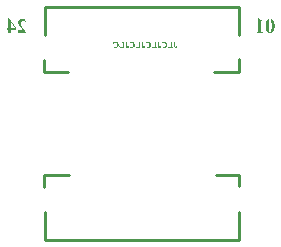
<source format=gbo>
G04*
G04 #@! TF.GenerationSoftware,Altium Limited,Altium Designer,19.1.7 (138)*
G04*
G04 Layer_Color=32896*
%FSLAX25Y25*%
%MOIN*%
G70*
G01*
G75*
%ADD10C,0.01000*%
G36*
X56705Y65894D02*
X56798Y65879D01*
X56883Y65856D01*
X56923Y65845D01*
X56958Y65833D01*
X56993Y65821D01*
X57022Y65810D01*
X57049Y65798D01*
X57072Y65786D01*
X57089Y65778D01*
X57101Y65772D01*
X57110Y65769D01*
X57113Y65766D01*
X57197Y65711D01*
X57273Y65650D01*
X57337Y65588D01*
X57392Y65527D01*
X57415Y65501D01*
X57433Y65475D01*
X57450Y65452D01*
X57465Y65431D01*
X57476Y65414D01*
X57485Y65402D01*
X57488Y65394D01*
X57491Y65391D01*
X57514Y65344D01*
X57537Y65300D01*
X57572Y65210D01*
X57596Y65123D01*
X57613Y65044D01*
X57619Y65009D01*
X57622Y64980D01*
X57628Y64951D01*
Y64928D01*
X57631Y64908D01*
Y64893D01*
Y64884D01*
Y64881D01*
X57628Y64835D01*
X57625Y64788D01*
X57610Y64698D01*
X57590Y64617D01*
X57578Y64579D01*
X57566Y64544D01*
X57555Y64512D01*
X57546Y64483D01*
X57534Y64459D01*
X57526Y64439D01*
X57517Y64422D01*
X57511Y64410D01*
X57505Y64401D01*
Y64398D01*
X57453Y64320D01*
X57395Y64250D01*
X57334Y64189D01*
X57275Y64139D01*
X57226Y64101D01*
X57203Y64087D01*
X57182Y64075D01*
X57168Y64064D01*
X57153Y64058D01*
X57148Y64055D01*
X57145Y64052D01*
X57054Y64011D01*
X56964Y63982D01*
X56874Y63962D01*
X56790Y63947D01*
X56755Y63942D01*
X56720Y63938D01*
X56688Y63936D01*
X56661D01*
X56641Y63933D01*
X56612D01*
X56528Y63936D01*
X56452Y63944D01*
X56385Y63956D01*
X56327Y63971D01*
X56301Y63976D01*
X56277Y63982D01*
X56260Y63988D01*
X56243Y63994D01*
X56231Y64000D01*
X56222Y64003D01*
X56216Y64006D01*
X56213D01*
X56149Y64038D01*
X56088Y64075D01*
X56033Y64116D01*
X55984Y64154D01*
X55940Y64192D01*
X55908Y64221D01*
X55896Y64232D01*
X55888Y64241D01*
X55885Y64244D01*
X55882Y64247D01*
Y64407D01*
X55943Y64340D01*
X56001Y64285D01*
X56053Y64238D01*
X56100Y64203D01*
X56141Y64174D01*
X56170Y64154D01*
X56181Y64148D01*
X56190Y64142D01*
X56193Y64139D01*
X56196D01*
X56251Y64113D01*
X56306Y64096D01*
X56362Y64081D01*
X56411Y64072D01*
X56455Y64067D01*
X56472D01*
X56490Y64064D01*
X56519D01*
X56595Y64069D01*
X56664Y64081D01*
X56726Y64096D01*
X56775Y64116D01*
X56816Y64136D01*
X56845Y64151D01*
X56857Y64160D01*
X56865Y64163D01*
X56868Y64168D01*
X56871D01*
X56918Y64212D01*
X56958Y64265D01*
X56993Y64314D01*
X57020Y64366D01*
X57043Y64413D01*
X57049Y64430D01*
X57057Y64448D01*
X57063Y64462D01*
X57066Y64474D01*
X57069Y64480D01*
Y64483D01*
X57089Y64561D01*
X57104Y64643D01*
X57116Y64718D01*
X57121Y64791D01*
X57124Y64823D01*
X57127Y64852D01*
Y64878D01*
X57130Y64899D01*
Y64919D01*
Y64931D01*
Y64940D01*
Y64943D01*
X57127Y65036D01*
X57116Y65123D01*
X57104Y65201D01*
X57095Y65239D01*
X57086Y65271D01*
X57081Y65300D01*
X57072Y65329D01*
X57066Y65353D01*
X57057Y65370D01*
X57054Y65388D01*
X57049Y65399D01*
X57046Y65405D01*
Y65408D01*
X57016Y65466D01*
X56982Y65519D01*
X56947Y65565D01*
X56912Y65603D01*
X56880Y65635D01*
X56854Y65658D01*
X56836Y65670D01*
X56833Y65676D01*
X56830D01*
X56775Y65711D01*
X56720Y65734D01*
X56664Y65751D01*
X56615Y65766D01*
X56571Y65772D01*
X56554Y65775D01*
X56536D01*
X56525Y65778D01*
X56470D01*
X56432Y65772D01*
X56359Y65757D01*
X56298Y65734D01*
X56240Y65711D01*
X56196Y65685D01*
X56176Y65673D01*
X56161Y65661D01*
X56149Y65653D01*
X56141Y65647D01*
X56135Y65644D01*
X56132Y65641D01*
X56074Y65586D01*
X56027Y65522D01*
X55986Y65458D01*
X55957Y65394D01*
X55934Y65335D01*
X55925Y65312D01*
X55917Y65292D01*
X55911Y65271D01*
X55908Y65260D01*
X55905Y65251D01*
Y65248D01*
X55850D01*
Y65900D01*
X55905D01*
X55911Y65874D01*
X55917Y65853D01*
X55922Y65836D01*
X55931Y65821D01*
X55937Y65810D01*
X55943Y65801D01*
X55946Y65798D01*
X55949Y65795D01*
X55960Y65784D01*
X55975Y65778D01*
X55998Y65766D01*
X56015Y65763D01*
X56024D01*
X56042Y65766D01*
X56065Y65772D01*
X56091Y65778D01*
X56117Y65789D01*
X56144Y65798D01*
X56167Y65804D01*
X56181Y65810D01*
X56184Y65813D01*
X56187D01*
X56269Y65842D01*
X56347Y65862D01*
X56417Y65879D01*
X56478Y65888D01*
X56507Y65894D01*
X56531D01*
X56554Y65897D01*
X56571Y65900D01*
X56656D01*
X56705Y65894D01*
D02*
G37*
G36*
X51345D02*
X51438Y65879D01*
X51522Y65856D01*
X51563Y65845D01*
X51598Y65833D01*
X51633Y65821D01*
X51662Y65810D01*
X51688Y65798D01*
X51712Y65786D01*
X51729Y65778D01*
X51741Y65772D01*
X51749Y65769D01*
X51752Y65766D01*
X51837Y65711D01*
X51912Y65650D01*
X51976Y65588D01*
X52032Y65527D01*
X52055Y65501D01*
X52073Y65475D01*
X52090Y65452D01*
X52105Y65431D01*
X52116Y65414D01*
X52125Y65402D01*
X52128Y65394D01*
X52131Y65391D01*
X52154Y65344D01*
X52177Y65300D01*
X52212Y65210D01*
X52235Y65123D01*
X52253Y65044D01*
X52259Y65009D01*
X52262Y64980D01*
X52267Y64951D01*
Y64928D01*
X52270Y64908D01*
Y64893D01*
Y64884D01*
Y64881D01*
X52267Y64835D01*
X52264Y64788D01*
X52250Y64698D01*
X52230Y64617D01*
X52218Y64579D01*
X52206Y64544D01*
X52195Y64512D01*
X52186Y64483D01*
X52174Y64459D01*
X52166Y64439D01*
X52157Y64422D01*
X52151Y64410D01*
X52145Y64401D01*
Y64398D01*
X52093Y64320D01*
X52035Y64250D01*
X51973Y64189D01*
X51915Y64139D01*
X51866Y64101D01*
X51843Y64087D01*
X51822Y64075D01*
X51808Y64064D01*
X51793Y64058D01*
X51787Y64055D01*
X51784Y64052D01*
X51694Y64011D01*
X51604Y63982D01*
X51514Y63962D01*
X51429Y63947D01*
X51394Y63942D01*
X51359Y63938D01*
X51328Y63936D01*
X51301D01*
X51281Y63933D01*
X51252D01*
X51168Y63936D01*
X51092Y63944D01*
X51025Y63956D01*
X50967Y63971D01*
X50941Y63976D01*
X50917Y63982D01*
X50900Y63988D01*
X50882Y63994D01*
X50871Y64000D01*
X50862Y64003D01*
X50856Y64006D01*
X50853D01*
X50789Y64038D01*
X50728Y64075D01*
X50673Y64116D01*
X50623Y64154D01*
X50580Y64192D01*
X50548Y64221D01*
X50536Y64232D01*
X50527Y64241D01*
X50524Y64244D01*
X50521Y64247D01*
Y64407D01*
X50582Y64340D01*
X50641Y64285D01*
X50693Y64238D01*
X50740Y64203D01*
X50780Y64174D01*
X50810Y64154D01*
X50821Y64148D01*
X50830Y64142D01*
X50833Y64139D01*
X50836D01*
X50891Y64113D01*
X50946Y64096D01*
X51002Y64081D01*
X51051Y64072D01*
X51095Y64067D01*
X51112D01*
X51130Y64064D01*
X51159D01*
X51234Y64069D01*
X51304Y64081D01*
X51365Y64096D01*
X51415Y64116D01*
X51455Y64136D01*
X51485Y64151D01*
X51496Y64160D01*
X51505Y64163D01*
X51508Y64168D01*
X51511D01*
X51557Y64212D01*
X51598Y64265D01*
X51633Y64314D01*
X51659Y64366D01*
X51683Y64413D01*
X51688Y64430D01*
X51697Y64448D01*
X51703Y64462D01*
X51706Y64474D01*
X51709Y64480D01*
Y64483D01*
X51729Y64561D01*
X51744Y64643D01*
X51755Y64718D01*
X51761Y64791D01*
X51764Y64823D01*
X51767Y64852D01*
Y64878D01*
X51770Y64899D01*
Y64919D01*
Y64931D01*
Y64940D01*
Y64943D01*
X51767Y65036D01*
X51755Y65123D01*
X51744Y65201D01*
X51735Y65239D01*
X51726Y65271D01*
X51720Y65300D01*
X51712Y65329D01*
X51706Y65353D01*
X51697Y65370D01*
X51694Y65388D01*
X51688Y65399D01*
X51685Y65405D01*
Y65408D01*
X51656Y65466D01*
X51621Y65519D01*
X51587Y65565D01*
X51552Y65603D01*
X51520Y65635D01*
X51493Y65658D01*
X51476Y65670D01*
X51473Y65676D01*
X51470D01*
X51415Y65711D01*
X51359Y65734D01*
X51304Y65751D01*
X51255Y65766D01*
X51211Y65772D01*
X51194Y65775D01*
X51176D01*
X51165Y65778D01*
X51109D01*
X51071Y65772D01*
X50999Y65757D01*
X50938Y65734D01*
X50879Y65711D01*
X50836Y65685D01*
X50815Y65673D01*
X50801Y65661D01*
X50789Y65653D01*
X50780Y65647D01*
X50775Y65644D01*
X50772Y65641D01*
X50713Y65586D01*
X50667Y65522D01*
X50626Y65458D01*
X50597Y65394D01*
X50574Y65335D01*
X50565Y65312D01*
X50556Y65292D01*
X50551Y65271D01*
X50548Y65260D01*
X50545Y65251D01*
Y65248D01*
X50489D01*
Y65900D01*
X50545D01*
X50551Y65874D01*
X50556Y65853D01*
X50562Y65836D01*
X50571Y65821D01*
X50577Y65810D01*
X50582Y65801D01*
X50585Y65798D01*
X50588Y65795D01*
X50600Y65784D01*
X50615Y65778D01*
X50638Y65766D01*
X50655Y65763D01*
X50664D01*
X50682Y65766D01*
X50705Y65772D01*
X50731Y65778D01*
X50757Y65789D01*
X50783Y65798D01*
X50807Y65804D01*
X50821Y65810D01*
X50824Y65813D01*
X50827D01*
X50908Y65842D01*
X50987Y65862D01*
X51057Y65879D01*
X51118Y65888D01*
X51147Y65894D01*
X51170D01*
X51194Y65897D01*
X51211Y65900D01*
X51296D01*
X51345Y65894D01*
D02*
G37*
G36*
X45985D02*
X46078Y65879D01*
X46162Y65856D01*
X46203Y65845D01*
X46238Y65833D01*
X46273Y65821D01*
X46302Y65810D01*
X46328Y65798D01*
X46351Y65786D01*
X46369Y65778D01*
X46380Y65772D01*
X46389Y65769D01*
X46392Y65766D01*
X46477Y65711D01*
X46552Y65650D01*
X46616Y65588D01*
X46672Y65527D01*
X46695Y65501D01*
X46712Y65475D01*
X46730Y65452D01*
X46744Y65431D01*
X46756Y65414D01*
X46765Y65402D01*
X46768Y65394D01*
X46770Y65391D01*
X46794Y65344D01*
X46817Y65300D01*
X46852Y65210D01*
X46875Y65123D01*
X46893Y65044D01*
X46898Y65009D01*
X46901Y64980D01*
X46907Y64951D01*
Y64928D01*
X46910Y64908D01*
Y64893D01*
Y64884D01*
Y64881D01*
X46907Y64835D01*
X46904Y64788D01*
X46890Y64698D01*
X46869Y64617D01*
X46858Y64579D01*
X46846Y64544D01*
X46834Y64512D01*
X46826Y64483D01*
X46814Y64459D01*
X46805Y64439D01*
X46797Y64422D01*
X46791Y64410D01*
X46785Y64401D01*
Y64398D01*
X46733Y64320D01*
X46674Y64250D01*
X46613Y64189D01*
X46555Y64139D01*
X46506Y64101D01*
X46482Y64087D01*
X46462Y64075D01*
X46447Y64064D01*
X46433Y64058D01*
X46427Y64055D01*
X46424Y64052D01*
X46334Y64011D01*
X46244Y63982D01*
X46154Y63962D01*
X46069Y63947D01*
X46034Y63942D01*
X45999Y63938D01*
X45967Y63936D01*
X45941D01*
X45921Y63933D01*
X45892D01*
X45807Y63936D01*
X45732Y63944D01*
X45665Y63956D01*
X45606Y63971D01*
X45580Y63976D01*
X45557Y63982D01*
X45540Y63988D01*
X45522Y63994D01*
X45510Y64000D01*
X45502Y64003D01*
X45496Y64006D01*
X45493D01*
X45429Y64038D01*
X45368Y64075D01*
X45312Y64116D01*
X45263Y64154D01*
X45219Y64192D01*
X45187Y64221D01*
X45176Y64232D01*
X45167Y64241D01*
X45164Y64244D01*
X45161Y64247D01*
Y64407D01*
X45222Y64340D01*
X45281Y64285D01*
X45333Y64238D01*
X45379Y64203D01*
X45420Y64174D01*
X45449Y64154D01*
X45461Y64148D01*
X45470Y64142D01*
X45473Y64139D01*
X45476D01*
X45531Y64113D01*
X45586Y64096D01*
X45641Y64081D01*
X45691Y64072D01*
X45735Y64067D01*
X45752D01*
X45769Y64064D01*
X45799D01*
X45874Y64069D01*
X45944Y64081D01*
X46005Y64096D01*
X46055Y64116D01*
X46095Y64136D01*
X46124Y64151D01*
X46136Y64160D01*
X46145Y64163D01*
X46148Y64168D01*
X46151D01*
X46197Y64212D01*
X46238Y64265D01*
X46273Y64314D01*
X46299Y64366D01*
X46322Y64413D01*
X46328Y64430D01*
X46337Y64448D01*
X46343Y64462D01*
X46346Y64474D01*
X46349Y64480D01*
Y64483D01*
X46369Y64561D01*
X46383Y64643D01*
X46395Y64718D01*
X46401Y64791D01*
X46404Y64823D01*
X46407Y64852D01*
Y64878D01*
X46410Y64899D01*
Y64919D01*
Y64931D01*
Y64940D01*
Y64943D01*
X46407Y65036D01*
X46395Y65123D01*
X46383Y65201D01*
X46375Y65239D01*
X46366Y65271D01*
X46360Y65300D01*
X46351Y65329D01*
X46346Y65353D01*
X46337Y65370D01*
X46334Y65388D01*
X46328Y65399D01*
X46325Y65405D01*
Y65408D01*
X46296Y65466D01*
X46261Y65519D01*
X46226Y65565D01*
X46191Y65603D01*
X46159Y65635D01*
X46133Y65658D01*
X46116Y65670D01*
X46113Y65676D01*
X46110D01*
X46055Y65711D01*
X45999Y65734D01*
X45944Y65751D01*
X45895Y65766D01*
X45851Y65772D01*
X45833Y65775D01*
X45816D01*
X45804Y65778D01*
X45749D01*
X45711Y65772D01*
X45638Y65757D01*
X45577Y65734D01*
X45519Y65711D01*
X45476Y65685D01*
X45455Y65673D01*
X45441Y65661D01*
X45429Y65653D01*
X45420Y65647D01*
X45414Y65644D01*
X45412Y65641D01*
X45353Y65586D01*
X45307Y65522D01*
X45266Y65458D01*
X45237Y65394D01*
X45214Y65335D01*
X45205Y65312D01*
X45196Y65292D01*
X45190Y65271D01*
X45187Y65260D01*
X45184Y65251D01*
Y65248D01*
X45129D01*
Y65900D01*
X45184D01*
X45190Y65874D01*
X45196Y65853D01*
X45202Y65836D01*
X45211Y65821D01*
X45217Y65810D01*
X45222Y65801D01*
X45225Y65798D01*
X45228Y65795D01*
X45240Y65784D01*
X45254Y65778D01*
X45278Y65766D01*
X45295Y65763D01*
X45304D01*
X45321Y65766D01*
X45344Y65772D01*
X45371Y65778D01*
X45397Y65789D01*
X45423Y65798D01*
X45446Y65804D01*
X45461Y65810D01*
X45464Y65813D01*
X45467D01*
X45548Y65842D01*
X45627Y65862D01*
X45697Y65879D01*
X45758Y65888D01*
X45787Y65894D01*
X45810D01*
X45833Y65897D01*
X45851Y65900D01*
X45935D01*
X45985Y65894D01*
D02*
G37*
G36*
X40624D02*
X40718Y65879D01*
X40802Y65856D01*
X40843Y65845D01*
X40878Y65833D01*
X40913Y65821D01*
X40942Y65810D01*
X40968Y65798D01*
X40991Y65786D01*
X41009Y65778D01*
X41020Y65772D01*
X41029Y65769D01*
X41032Y65766D01*
X41116Y65711D01*
X41192Y65650D01*
X41256Y65588D01*
X41311Y65527D01*
X41335Y65501D01*
X41352Y65475D01*
X41370Y65452D01*
X41384Y65431D01*
X41396Y65414D01*
X41404Y65402D01*
X41407Y65394D01*
X41410Y65391D01*
X41434Y65344D01*
X41457Y65300D01*
X41492Y65210D01*
X41515Y65123D01*
X41532Y65044D01*
X41538Y65009D01*
X41541Y64980D01*
X41547Y64951D01*
Y64928D01*
X41550Y64908D01*
Y64893D01*
Y64884D01*
Y64881D01*
X41547Y64835D01*
X41544Y64788D01*
X41530Y64698D01*
X41509Y64617D01*
X41497Y64579D01*
X41486Y64544D01*
X41474Y64512D01*
X41465Y64483D01*
X41454Y64459D01*
X41445Y64439D01*
X41436Y64422D01*
X41431Y64410D01*
X41425Y64401D01*
Y64398D01*
X41372Y64320D01*
X41314Y64250D01*
X41253Y64189D01*
X41195Y64139D01*
X41145Y64101D01*
X41122Y64087D01*
X41102Y64075D01*
X41087Y64064D01*
X41073Y64058D01*
X41067Y64055D01*
X41064Y64052D01*
X40974Y64011D01*
X40883Y63982D01*
X40793Y63962D01*
X40709Y63947D01*
X40674Y63942D01*
X40639Y63938D01*
X40607Y63936D01*
X40581D01*
X40560Y63933D01*
X40531D01*
X40447Y63936D01*
X40371Y63944D01*
X40304Y63956D01*
X40246Y63971D01*
X40220Y63976D01*
X40197Y63982D01*
X40179Y63988D01*
X40162Y63994D01*
X40150Y64000D01*
X40141Y64003D01*
X40136Y64006D01*
X40133D01*
X40069Y64038D01*
X40008Y64075D01*
X39952Y64116D01*
X39903Y64154D01*
X39859Y64192D01*
X39827Y64221D01*
X39816Y64232D01*
X39807Y64241D01*
X39804Y64244D01*
X39801Y64247D01*
Y64407D01*
X39862Y64340D01*
X39920Y64285D01*
X39973Y64238D01*
X40019Y64203D01*
X40060Y64174D01*
X40089Y64154D01*
X40101Y64148D01*
X40109Y64142D01*
X40112Y64139D01*
X40115D01*
X40171Y64113D01*
X40226Y64096D01*
X40281Y64081D01*
X40331Y64072D01*
X40374Y64067D01*
X40392D01*
X40409Y64064D01*
X40438D01*
X40514Y64069D01*
X40584Y64081D01*
X40645Y64096D01*
X40694Y64116D01*
X40735Y64136D01*
X40764Y64151D01*
X40776Y64160D01*
X40785Y64163D01*
X40788Y64168D01*
X40790D01*
X40837Y64212D01*
X40878Y64265D01*
X40913Y64314D01*
X40939Y64366D01*
X40962Y64413D01*
X40968Y64430D01*
X40977Y64448D01*
X40982Y64462D01*
X40985Y64474D01*
X40988Y64480D01*
Y64483D01*
X41009Y64561D01*
X41023Y64643D01*
X41035Y64718D01*
X41041Y64791D01*
X41044Y64823D01*
X41047Y64852D01*
Y64878D01*
X41049Y64899D01*
Y64919D01*
Y64931D01*
Y64940D01*
Y64943D01*
X41047Y65036D01*
X41035Y65123D01*
X41023Y65201D01*
X41015Y65239D01*
X41006Y65271D01*
X41000Y65300D01*
X40991Y65329D01*
X40985Y65353D01*
X40977Y65370D01*
X40974Y65388D01*
X40968Y65399D01*
X40965Y65405D01*
Y65408D01*
X40936Y65466D01*
X40901Y65519D01*
X40866Y65565D01*
X40831Y65603D01*
X40799Y65635D01*
X40773Y65658D01*
X40756Y65670D01*
X40753Y65676D01*
X40750D01*
X40694Y65711D01*
X40639Y65734D01*
X40584Y65751D01*
X40534Y65766D01*
X40491Y65772D01*
X40473Y65775D01*
X40456D01*
X40444Y65778D01*
X40389D01*
X40351Y65772D01*
X40278Y65757D01*
X40217Y65734D01*
X40159Y65711D01*
X40115Y65685D01*
X40095Y65673D01*
X40080Y65661D01*
X40069Y65653D01*
X40060Y65647D01*
X40054Y65644D01*
X40051Y65641D01*
X39993Y65586D01*
X39946Y65522D01*
X39906Y65458D01*
X39877Y65394D01*
X39853Y65335D01*
X39845Y65312D01*
X39836Y65292D01*
X39830Y65271D01*
X39827Y65260D01*
X39824Y65251D01*
Y65248D01*
X39769D01*
Y65900D01*
X39824D01*
X39830Y65874D01*
X39836Y65853D01*
X39842Y65836D01*
X39851Y65821D01*
X39856Y65810D01*
X39862Y65801D01*
X39865Y65798D01*
X39868Y65795D01*
X39880Y65784D01*
X39894Y65778D01*
X39917Y65766D01*
X39935Y65763D01*
X39944D01*
X39961Y65766D01*
X39984Y65772D01*
X40010Y65778D01*
X40037Y65789D01*
X40063Y65798D01*
X40086Y65804D01*
X40101Y65810D01*
X40104Y65813D01*
X40106D01*
X40188Y65842D01*
X40267Y65862D01*
X40336Y65879D01*
X40398Y65888D01*
X40427Y65894D01*
X40450D01*
X40473Y65897D01*
X40491Y65900D01*
X40575D01*
X40624Y65894D01*
D02*
G37*
G36*
X59580Y65807D02*
X59490D01*
X59467Y65801D01*
X59443Y65798D01*
X59426Y65792D01*
X59412Y65786D01*
X59403Y65784D01*
X59397Y65778D01*
X59394D01*
X59377Y65769D01*
X59365Y65757D01*
X59345Y65737D01*
X59336Y65719D01*
X59333Y65717D01*
Y65714D01*
X59327Y65696D01*
X59321Y65670D01*
X59318Y65641D01*
Y65612D01*
X59315Y65583D01*
Y65559D01*
Y65542D01*
Y65539D01*
Y65536D01*
Y64297D01*
Y64247D01*
X59318Y64209D01*
X59321Y64177D01*
X59324Y64154D01*
X59327Y64136D01*
X59330Y64128D01*
X59333Y64122D01*
Y64119D01*
X59347Y64090D01*
X59368Y64069D01*
X59382Y64058D01*
X59385Y64055D01*
X59388D01*
X59409Y64046D01*
X59429Y64038D01*
X59473Y64029D01*
X59490D01*
X59505Y64026D01*
X59580D01*
Y63976D01*
X57913D01*
X57843Y64634D01*
X57901D01*
X57927Y64556D01*
X57951Y64489D01*
X57974Y64430D01*
X57997Y64384D01*
X58015Y64346D01*
X58029Y64320D01*
X58038Y64305D01*
X58041Y64299D01*
X58070Y64259D01*
X58099Y64227D01*
X58128Y64197D01*
X58154Y64174D01*
X58178Y64157D01*
X58195Y64142D01*
X58207Y64136D01*
X58213Y64134D01*
X58250Y64116D01*
X58294Y64104D01*
X58335Y64093D01*
X58373Y64087D01*
X58407Y64084D01*
X58434Y64081D01*
X58664D01*
X58698Y64084D01*
X58728D01*
X58751Y64087D01*
X58766Y64090D01*
X58777D01*
X58780Y64093D01*
X58783D01*
X58800Y64101D01*
X58815Y64110D01*
X58835Y64128D01*
X58847Y64145D01*
X58850Y64148D01*
Y64151D01*
X58856Y64171D01*
X58859Y64197D01*
X58862Y64227D01*
Y64259D01*
X58864Y64288D01*
Y64311D01*
Y64328D01*
Y64331D01*
Y64334D01*
Y65536D01*
Y65583D01*
X58862Y65623D01*
X58859Y65653D01*
X58856Y65676D01*
Y65693D01*
X58853Y65702D01*
X58850Y65708D01*
Y65711D01*
X58832Y65740D01*
X58815Y65760D01*
X58800Y65772D01*
X58795Y65775D01*
X58774Y65786D01*
X58754Y65792D01*
X58710Y65804D01*
X58693D01*
X58678Y65807D01*
X58579D01*
Y65856D01*
X59580D01*
Y65807D01*
D02*
G37*
G36*
X54220D02*
X54130D01*
X54107Y65801D01*
X54083Y65798D01*
X54066Y65792D01*
X54051Y65786D01*
X54043Y65784D01*
X54037Y65778D01*
X54034D01*
X54016Y65769D01*
X54005Y65757D01*
X53984Y65737D01*
X53976Y65719D01*
X53973Y65717D01*
Y65714D01*
X53967Y65696D01*
X53961Y65670D01*
X53958Y65641D01*
Y65612D01*
X53955Y65583D01*
Y65559D01*
Y65542D01*
Y65539D01*
Y65536D01*
Y64297D01*
Y64247D01*
X53958Y64209D01*
X53961Y64177D01*
X53964Y64154D01*
X53967Y64136D01*
X53970Y64128D01*
X53973Y64122D01*
Y64119D01*
X53987Y64090D01*
X54008Y64069D01*
X54022Y64058D01*
X54025Y64055D01*
X54028D01*
X54048Y64046D01*
X54069Y64038D01*
X54112Y64029D01*
X54130D01*
X54144Y64026D01*
X54220D01*
Y63976D01*
X52553D01*
X52483Y64634D01*
X52541D01*
X52567Y64556D01*
X52590Y64489D01*
X52614Y64430D01*
X52637Y64384D01*
X52654Y64346D01*
X52669Y64320D01*
X52678Y64305D01*
X52681Y64299D01*
X52710Y64259D01*
X52739Y64227D01*
X52768Y64197D01*
X52794Y64174D01*
X52817Y64157D01*
X52835Y64142D01*
X52846Y64136D01*
X52852Y64134D01*
X52890Y64116D01*
X52934Y64104D01*
X52975Y64093D01*
X53012Y64087D01*
X53047Y64084D01*
X53074Y64081D01*
X53303D01*
X53338Y64084D01*
X53367D01*
X53391Y64087D01*
X53405Y64090D01*
X53417D01*
X53420Y64093D01*
X53423D01*
X53440Y64101D01*
X53455Y64110D01*
X53475Y64128D01*
X53487Y64145D01*
X53490Y64148D01*
Y64151D01*
X53496Y64171D01*
X53498Y64197D01*
X53501Y64227D01*
Y64259D01*
X53504Y64288D01*
Y64311D01*
Y64328D01*
Y64331D01*
Y64334D01*
Y65536D01*
Y65583D01*
X53501Y65623D01*
X53498Y65653D01*
X53496Y65676D01*
Y65693D01*
X53492Y65702D01*
X53490Y65708D01*
Y65711D01*
X53472Y65740D01*
X53455Y65760D01*
X53440Y65772D01*
X53434Y65775D01*
X53414Y65786D01*
X53394Y65792D01*
X53350Y65804D01*
X53333D01*
X53318Y65807D01*
X53219D01*
Y65856D01*
X54220D01*
Y65807D01*
D02*
G37*
G36*
X48860D02*
X48770D01*
X48746Y65801D01*
X48723Y65798D01*
X48706Y65792D01*
X48691Y65786D01*
X48682Y65784D01*
X48676Y65778D01*
X48674D01*
X48656Y65769D01*
X48645Y65757D01*
X48624Y65737D01*
X48615Y65719D01*
X48612Y65717D01*
Y65714D01*
X48607Y65696D01*
X48601Y65670D01*
X48598Y65641D01*
Y65612D01*
X48595Y65583D01*
Y65559D01*
Y65542D01*
Y65539D01*
Y65536D01*
Y64297D01*
Y64247D01*
X48598Y64209D01*
X48601Y64177D01*
X48604Y64154D01*
X48607Y64136D01*
X48610Y64128D01*
X48612Y64122D01*
Y64119D01*
X48627Y64090D01*
X48647Y64069D01*
X48662Y64058D01*
X48665Y64055D01*
X48668D01*
X48688Y64046D01*
X48709Y64038D01*
X48752Y64029D01*
X48770D01*
X48784Y64026D01*
X48860D01*
Y63976D01*
X47192D01*
X47123Y64634D01*
X47181D01*
X47207Y64556D01*
X47230Y64489D01*
X47254Y64430D01*
X47277Y64384D01*
X47294Y64346D01*
X47309Y64320D01*
X47317Y64305D01*
X47320Y64299D01*
X47350Y64259D01*
X47379Y64227D01*
X47408Y64197D01*
X47434Y64174D01*
X47457Y64157D01*
X47475Y64142D01*
X47486Y64136D01*
X47492Y64134D01*
X47530Y64116D01*
X47574Y64104D01*
X47614Y64093D01*
X47652Y64087D01*
X47687Y64084D01*
X47713Y64081D01*
X47943D01*
X47978Y64084D01*
X48007D01*
X48030Y64087D01*
X48045Y64090D01*
X48057D01*
X48060Y64093D01*
X48063D01*
X48080Y64101D01*
X48094Y64110D01*
X48115Y64128D01*
X48127Y64145D01*
X48129Y64148D01*
Y64151D01*
X48135Y64171D01*
X48138Y64197D01*
X48141Y64227D01*
Y64259D01*
X48144Y64288D01*
Y64311D01*
Y64328D01*
Y64331D01*
Y64334D01*
Y65536D01*
Y65583D01*
X48141Y65623D01*
X48138Y65653D01*
X48135Y65676D01*
Y65693D01*
X48132Y65702D01*
X48129Y65708D01*
Y65711D01*
X48112Y65740D01*
X48094Y65760D01*
X48080Y65772D01*
X48074Y65775D01*
X48054Y65786D01*
X48033Y65792D01*
X47990Y65804D01*
X47972D01*
X47958Y65807D01*
X47859D01*
Y65856D01*
X48860D01*
Y65807D01*
D02*
G37*
G36*
X43500D02*
X43409D01*
X43386Y65801D01*
X43363Y65798D01*
X43345Y65792D01*
X43331Y65786D01*
X43322Y65784D01*
X43316Y65778D01*
X43313D01*
X43296Y65769D01*
X43284Y65757D01*
X43264Y65737D01*
X43255Y65719D01*
X43252Y65717D01*
Y65714D01*
X43246Y65696D01*
X43241Y65670D01*
X43238Y65641D01*
Y65612D01*
X43235Y65583D01*
Y65559D01*
Y65542D01*
Y65539D01*
Y65536D01*
Y64297D01*
Y64247D01*
X43238Y64209D01*
X43241Y64177D01*
X43244Y64154D01*
X43246Y64136D01*
X43249Y64128D01*
X43252Y64122D01*
Y64119D01*
X43267Y64090D01*
X43287Y64069D01*
X43302Y64058D01*
X43305Y64055D01*
X43308D01*
X43328Y64046D01*
X43348Y64038D01*
X43392Y64029D01*
X43409D01*
X43424Y64026D01*
X43500D01*
Y63976D01*
X41832D01*
X41762Y64634D01*
X41820D01*
X41847Y64556D01*
X41870Y64489D01*
X41893Y64430D01*
X41917Y64384D01*
X41934Y64346D01*
X41949Y64320D01*
X41957Y64305D01*
X41960Y64299D01*
X41989Y64259D01*
X42018Y64227D01*
X42048Y64197D01*
X42074Y64174D01*
X42097Y64157D01*
X42114Y64142D01*
X42126Y64136D01*
X42132Y64134D01*
X42170Y64116D01*
X42213Y64104D01*
X42254Y64093D01*
X42292Y64087D01*
X42327Y64084D01*
X42353Y64081D01*
X42583D01*
X42618Y64084D01*
X42647D01*
X42670Y64087D01*
X42685Y64090D01*
X42696D01*
X42699Y64093D01*
X42702D01*
X42720Y64101D01*
X42734Y64110D01*
X42755Y64128D01*
X42766Y64145D01*
X42769Y64148D01*
Y64151D01*
X42775Y64171D01*
X42778Y64197D01*
X42781Y64227D01*
Y64259D01*
X42784Y64288D01*
Y64311D01*
Y64328D01*
Y64331D01*
Y64334D01*
Y65536D01*
Y65583D01*
X42781Y65623D01*
X42778Y65653D01*
X42775Y65676D01*
Y65693D01*
X42772Y65702D01*
X42769Y65708D01*
Y65711D01*
X42752Y65740D01*
X42734Y65760D01*
X42720Y65772D01*
X42714Y65775D01*
X42693Y65786D01*
X42673Y65792D01*
X42630Y65804D01*
X42612D01*
X42597Y65807D01*
X42499D01*
Y65856D01*
X43500D01*
Y65807D01*
D02*
G37*
G36*
X60651D02*
X60544D01*
X60520Y65801D01*
X60497Y65798D01*
X60479Y65792D01*
X60465Y65786D01*
X60456Y65784D01*
X60450Y65778D01*
X60447D01*
X60430Y65769D01*
X60418Y65757D01*
X60398Y65737D01*
X60389Y65719D01*
X60386Y65717D01*
Y65714D01*
X60381Y65696D01*
X60375Y65670D01*
X60372Y65641D01*
Y65612D01*
X60369Y65583D01*
Y65559D01*
Y65542D01*
Y65539D01*
Y65536D01*
Y64529D01*
Y64477D01*
Y64430D01*
X60372Y64387D01*
Y64349D01*
Y64317D01*
X60375Y64285D01*
Y64262D01*
X60378Y64238D01*
X60381Y64221D01*
Y64206D01*
X60383Y64192D01*
Y64183D01*
X60386Y64171D01*
Y64168D01*
X60392Y64145D01*
X60401Y64128D01*
X60410Y64110D01*
X60418Y64099D01*
X60427Y64087D01*
X60436Y64081D01*
X60439Y64078D01*
X60442Y64075D01*
X60474Y64058D01*
X60503Y64049D01*
X60517D01*
X60529Y64046D01*
X60538D01*
X60567Y64049D01*
X60596Y64052D01*
X60619Y64058D01*
X60637Y64067D01*
X60654Y64072D01*
X60666Y64078D01*
X60672Y64081D01*
X60674Y64084D01*
X60686Y64096D01*
X60695Y64104D01*
X60703Y64125D01*
X60709Y64139D01*
Y64142D01*
Y64145D01*
X60706Y64154D01*
X60703Y64168D01*
X60692Y64195D01*
X60686Y64206D01*
X60680Y64215D01*
X60674Y64221D01*
Y64224D01*
X60663Y64244D01*
X60651Y64259D01*
X60645Y64273D01*
X60640Y64282D01*
X60631Y64294D01*
Y64297D01*
X60625Y64320D01*
X60619Y64340D01*
Y64358D01*
Y64360D01*
Y64363D01*
X60622Y64393D01*
X60628Y64419D01*
X60637Y64439D01*
X60648Y64459D01*
X60660Y64477D01*
X60669Y64489D01*
X60674Y64494D01*
X60677Y64497D01*
X60701Y64515D01*
X60724Y64529D01*
X60747Y64538D01*
X60770Y64547D01*
X60791Y64550D01*
X60805Y64553D01*
X60820D01*
X60852Y64550D01*
X60878Y64544D01*
X60904Y64532D01*
X60925Y64524D01*
X60942Y64512D01*
X60954Y64500D01*
X60962Y64494D01*
X60965Y64491D01*
X60986Y64468D01*
X61000Y64442D01*
X61009Y64416D01*
X61015Y64390D01*
X61021Y64369D01*
X61024Y64352D01*
Y64337D01*
Y64334D01*
X61021Y64305D01*
X61018Y64279D01*
X61000Y64227D01*
X60977Y64177D01*
X60951Y64136D01*
X60925Y64101D01*
X60901Y64078D01*
X60884Y64061D01*
X60881Y64058D01*
X60878Y64055D01*
X60820Y64014D01*
X60756Y63985D01*
X60695Y63962D01*
X60634Y63947D01*
X60578Y63938D01*
X60555Y63936D01*
X60535D01*
X60520Y63933D01*
X60497D01*
X60427Y63936D01*
X60363Y63944D01*
X60305Y63959D01*
X60258Y63973D01*
X60218Y63988D01*
X60189Y64003D01*
X60180Y64006D01*
X60171Y64011D01*
X60168Y64014D01*
X60165D01*
X60119Y64046D01*
X60078Y64081D01*
X60043Y64113D01*
X60017Y64148D01*
X59996Y64174D01*
X59985Y64197D01*
X59976Y64212D01*
X59973Y64218D01*
X59964Y64244D01*
X59956Y64270D01*
X59941Y64331D01*
X59932Y64398D01*
X59924Y64462D01*
X59921Y64521D01*
Y64547D01*
X59918Y64570D01*
Y64587D01*
Y64602D01*
Y64611D01*
Y64614D01*
Y65536D01*
Y65583D01*
X59915Y65623D01*
X59912Y65653D01*
X59909Y65676D01*
Y65693D01*
X59906Y65702D01*
X59903Y65708D01*
Y65711D01*
X59886Y65740D01*
X59868Y65760D01*
X59854Y65772D01*
X59848Y65775D01*
X59828Y65786D01*
X59807Y65792D01*
X59764Y65804D01*
X59743D01*
X59729Y65807D01*
X59653D01*
Y65856D01*
X60651D01*
Y65807D01*
D02*
G37*
G36*
X55291D02*
X55183D01*
X55160Y65801D01*
X55137Y65798D01*
X55119Y65792D01*
X55105Y65786D01*
X55096Y65784D01*
X55090Y65778D01*
X55087D01*
X55070Y65769D01*
X55058Y65757D01*
X55038Y65737D01*
X55029Y65719D01*
X55026Y65717D01*
Y65714D01*
X55020Y65696D01*
X55014Y65670D01*
X55012Y65641D01*
Y65612D01*
X55009Y65583D01*
Y65559D01*
Y65542D01*
Y65539D01*
Y65536D01*
Y64529D01*
Y64477D01*
Y64430D01*
X55012Y64387D01*
Y64349D01*
Y64317D01*
X55014Y64285D01*
Y64262D01*
X55017Y64238D01*
X55020Y64221D01*
Y64206D01*
X55023Y64192D01*
Y64183D01*
X55026Y64171D01*
Y64168D01*
X55032Y64145D01*
X55041Y64128D01*
X55049Y64110D01*
X55058Y64099D01*
X55067Y64087D01*
X55076Y64081D01*
X55079Y64078D01*
X55081Y64075D01*
X55113Y64058D01*
X55142Y64049D01*
X55157D01*
X55169Y64046D01*
X55177D01*
X55207Y64049D01*
X55236Y64052D01*
X55259Y64058D01*
X55276Y64067D01*
X55294Y64072D01*
X55305Y64078D01*
X55311Y64081D01*
X55314Y64084D01*
X55326Y64096D01*
X55335Y64104D01*
X55343Y64125D01*
X55349Y64139D01*
Y64142D01*
Y64145D01*
X55346Y64154D01*
X55343Y64168D01*
X55332Y64195D01*
X55326Y64206D01*
X55320Y64215D01*
X55314Y64221D01*
Y64224D01*
X55303Y64244D01*
X55291Y64259D01*
X55285Y64273D01*
X55279Y64282D01*
X55271Y64294D01*
Y64297D01*
X55265Y64320D01*
X55259Y64340D01*
Y64358D01*
Y64360D01*
Y64363D01*
X55262Y64393D01*
X55268Y64419D01*
X55276Y64439D01*
X55288Y64459D01*
X55300Y64477D01*
X55308Y64489D01*
X55314Y64494D01*
X55317Y64497D01*
X55340Y64515D01*
X55364Y64529D01*
X55387Y64538D01*
X55410Y64547D01*
X55431Y64550D01*
X55445Y64553D01*
X55460D01*
X55492Y64550D01*
X55518Y64544D01*
X55544Y64532D01*
X55564Y64524D01*
X55582Y64512D01*
X55594Y64500D01*
X55602Y64494D01*
X55605Y64491D01*
X55626Y64468D01*
X55640Y64442D01*
X55649Y64416D01*
X55655Y64390D01*
X55660Y64369D01*
X55663Y64352D01*
Y64337D01*
Y64334D01*
X55660Y64305D01*
X55658Y64279D01*
X55640Y64227D01*
X55617Y64177D01*
X55591Y64136D01*
X55564Y64101D01*
X55541Y64078D01*
X55524Y64061D01*
X55521Y64058D01*
X55518Y64055D01*
X55460Y64014D01*
X55396Y63985D01*
X55335Y63962D01*
X55273Y63947D01*
X55218Y63938D01*
X55195Y63936D01*
X55174D01*
X55160Y63933D01*
X55137D01*
X55067Y63936D01*
X55003Y63944D01*
X54945Y63959D01*
X54898Y63973D01*
X54857Y63988D01*
X54828Y64003D01*
X54820Y64006D01*
X54811Y64011D01*
X54808Y64014D01*
X54805D01*
X54758Y64046D01*
X54718Y64081D01*
X54683Y64113D01*
X54656Y64148D01*
X54636Y64174D01*
X54624Y64197D01*
X54616Y64212D01*
X54613Y64218D01*
X54604Y64244D01*
X54595Y64270D01*
X54581Y64331D01*
X54572Y64398D01*
X54563Y64462D01*
X54561Y64521D01*
Y64547D01*
X54558Y64570D01*
Y64587D01*
Y64602D01*
Y64611D01*
Y64614D01*
Y65536D01*
Y65583D01*
X54555Y65623D01*
X54552Y65653D01*
X54549Y65676D01*
Y65693D01*
X54546Y65702D01*
X54543Y65708D01*
Y65711D01*
X54526Y65740D01*
X54508Y65760D01*
X54494Y65772D01*
X54488Y65775D01*
X54467Y65786D01*
X54447Y65792D01*
X54403Y65804D01*
X54383D01*
X54368Y65807D01*
X54293D01*
Y65856D01*
X55291D01*
Y65807D01*
D02*
G37*
G36*
X49931D02*
X49823D01*
X49800Y65801D01*
X49777Y65798D01*
X49759Y65792D01*
X49744Y65786D01*
X49736Y65784D01*
X49730Y65778D01*
X49727D01*
X49709Y65769D01*
X49698Y65757D01*
X49678Y65737D01*
X49669Y65719D01*
X49666Y65717D01*
Y65714D01*
X49660Y65696D01*
X49654Y65670D01*
X49651Y65641D01*
Y65612D01*
X49648Y65583D01*
Y65559D01*
Y65542D01*
Y65539D01*
Y65536D01*
Y64529D01*
Y64477D01*
Y64430D01*
X49651Y64387D01*
Y64349D01*
Y64317D01*
X49654Y64285D01*
Y64262D01*
X49657Y64238D01*
X49660Y64221D01*
Y64206D01*
X49663Y64192D01*
Y64183D01*
X49666Y64171D01*
Y64168D01*
X49672Y64145D01*
X49680Y64128D01*
X49689Y64110D01*
X49698Y64099D01*
X49707Y64087D01*
X49715Y64081D01*
X49718Y64078D01*
X49721Y64075D01*
X49753Y64058D01*
X49782Y64049D01*
X49797D01*
X49808Y64046D01*
X49817D01*
X49846Y64049D01*
X49875Y64052D01*
X49899Y64058D01*
X49916Y64067D01*
X49934Y64072D01*
X49945Y64078D01*
X49951Y64081D01*
X49954Y64084D01*
X49966Y64096D01*
X49974Y64104D01*
X49983Y64125D01*
X49989Y64139D01*
Y64142D01*
Y64145D01*
X49986Y64154D01*
X49983Y64168D01*
X49971Y64195D01*
X49966Y64206D01*
X49960Y64215D01*
X49954Y64221D01*
Y64224D01*
X49942Y64244D01*
X49931Y64259D01*
X49925Y64273D01*
X49919Y64282D01*
X49910Y64294D01*
Y64297D01*
X49905Y64320D01*
X49899Y64340D01*
Y64358D01*
Y64360D01*
Y64363D01*
X49902Y64393D01*
X49907Y64419D01*
X49916Y64439D01*
X49928Y64459D01*
X49939Y64477D01*
X49948Y64489D01*
X49954Y64494D01*
X49957Y64497D01*
X49980Y64515D01*
X50003Y64529D01*
X50027Y64538D01*
X50050Y64547D01*
X50070Y64550D01*
X50085Y64553D01*
X50099D01*
X50131Y64550D01*
X50158Y64544D01*
X50184Y64532D01*
X50204Y64524D01*
X50222Y64512D01*
X50233Y64500D01*
X50242Y64494D01*
X50245Y64491D01*
X50265Y64468D01*
X50280Y64442D01*
X50289Y64416D01*
X50295Y64390D01*
X50300Y64369D01*
X50303Y64352D01*
Y64337D01*
Y64334D01*
X50300Y64305D01*
X50297Y64279D01*
X50280Y64227D01*
X50257Y64177D01*
X50230Y64136D01*
X50204Y64101D01*
X50181Y64078D01*
X50164Y64061D01*
X50161Y64058D01*
X50158Y64055D01*
X50099Y64014D01*
X50036Y63985D01*
X49974Y63962D01*
X49913Y63947D01*
X49858Y63938D01*
X49835Y63936D01*
X49814D01*
X49800Y63933D01*
X49777D01*
X49707Y63936D01*
X49643Y63944D01*
X49584Y63959D01*
X49538Y63973D01*
X49497Y63988D01*
X49468Y64003D01*
X49459Y64006D01*
X49450Y64011D01*
X49448Y64014D01*
X49445D01*
X49398Y64046D01*
X49357Y64081D01*
X49323Y64113D01*
X49296Y64148D01*
X49276Y64174D01*
X49264Y64197D01*
X49256Y64212D01*
X49253Y64218D01*
X49244Y64244D01*
X49235Y64270D01*
X49221Y64331D01*
X49212Y64398D01*
X49203Y64462D01*
X49200Y64521D01*
Y64547D01*
X49197Y64570D01*
Y64587D01*
Y64602D01*
Y64611D01*
Y64614D01*
Y65536D01*
Y65583D01*
X49194Y65623D01*
X49192Y65653D01*
X49189Y65676D01*
Y65693D01*
X49186Y65702D01*
X49183Y65708D01*
Y65711D01*
X49165Y65740D01*
X49148Y65760D01*
X49133Y65772D01*
X49128Y65775D01*
X49107Y65786D01*
X49087Y65792D01*
X49043Y65804D01*
X49023D01*
X49008Y65807D01*
X48933D01*
Y65856D01*
X49931D01*
Y65807D01*
D02*
G37*
G36*
X44570D02*
X44463D01*
X44440Y65801D01*
X44416Y65798D01*
X44399Y65792D01*
X44384Y65786D01*
X44376Y65784D01*
X44370Y65778D01*
X44367D01*
X44349Y65769D01*
X44338Y65757D01*
X44317Y65737D01*
X44309Y65719D01*
X44306Y65717D01*
Y65714D01*
X44300Y65696D01*
X44294Y65670D01*
X44291Y65641D01*
Y65612D01*
X44288Y65583D01*
Y65559D01*
Y65542D01*
Y65539D01*
Y65536D01*
Y64529D01*
Y64477D01*
Y64430D01*
X44291Y64387D01*
Y64349D01*
Y64317D01*
X44294Y64285D01*
Y64262D01*
X44297Y64238D01*
X44300Y64221D01*
Y64206D01*
X44303Y64192D01*
Y64183D01*
X44306Y64171D01*
Y64168D01*
X44311Y64145D01*
X44320Y64128D01*
X44329Y64110D01*
X44338Y64099D01*
X44346Y64087D01*
X44355Y64081D01*
X44358Y64078D01*
X44361Y64075D01*
X44393Y64058D01*
X44422Y64049D01*
X44437D01*
X44448Y64046D01*
X44457D01*
X44486Y64049D01*
X44515Y64052D01*
X44539Y64058D01*
X44556Y64067D01*
X44573Y64072D01*
X44585Y64078D01*
X44591Y64081D01*
X44594Y64084D01*
X44605Y64096D01*
X44614Y64104D01*
X44623Y64125D01*
X44629Y64139D01*
Y64142D01*
Y64145D01*
X44626Y64154D01*
X44623Y64168D01*
X44611Y64195D01*
X44605Y64206D01*
X44600Y64215D01*
X44594Y64221D01*
Y64224D01*
X44582Y64244D01*
X44570Y64259D01*
X44565Y64273D01*
X44559Y64282D01*
X44550Y64294D01*
Y64297D01*
X44544Y64320D01*
X44539Y64340D01*
Y64358D01*
Y64360D01*
Y64363D01*
X44541Y64393D01*
X44547Y64419D01*
X44556Y64439D01*
X44568Y64459D01*
X44579Y64477D01*
X44588Y64489D01*
X44594Y64494D01*
X44597Y64497D01*
X44620Y64515D01*
X44643Y64529D01*
X44666Y64538D01*
X44690Y64547D01*
X44710Y64550D01*
X44725Y64553D01*
X44739D01*
X44771Y64550D01*
X44798Y64544D01*
X44824Y64532D01*
X44844Y64524D01*
X44862Y64512D01*
X44873Y64500D01*
X44882Y64494D01*
X44885Y64491D01*
X44905Y64468D01*
X44920Y64442D01*
X44928Y64416D01*
X44934Y64390D01*
X44940Y64369D01*
X44943Y64352D01*
Y64337D01*
Y64334D01*
X44940Y64305D01*
X44937Y64279D01*
X44920Y64227D01*
X44896Y64177D01*
X44870Y64136D01*
X44844Y64101D01*
X44821Y64078D01*
X44803Y64061D01*
X44800Y64058D01*
X44798Y64055D01*
X44739Y64014D01*
X44675Y63985D01*
X44614Y63962D01*
X44553Y63947D01*
X44498Y63938D01*
X44475Y63936D01*
X44454D01*
X44440Y63933D01*
X44416D01*
X44346Y63936D01*
X44282Y63944D01*
X44224Y63959D01*
X44178Y63973D01*
X44137Y63988D01*
X44108Y64003D01*
X44099Y64006D01*
X44090Y64011D01*
X44087Y64014D01*
X44085D01*
X44038Y64046D01*
X43997Y64081D01*
X43962Y64113D01*
X43936Y64148D01*
X43916Y64174D01*
X43904Y64197D01*
X43895Y64212D01*
X43892Y64218D01*
X43884Y64244D01*
X43875Y64270D01*
X43860Y64331D01*
X43852Y64398D01*
X43843Y64462D01*
X43840Y64521D01*
Y64547D01*
X43837Y64570D01*
Y64587D01*
Y64602D01*
Y64611D01*
Y64614D01*
Y65536D01*
Y65583D01*
X43834Y65623D01*
X43831Y65653D01*
X43828Y65676D01*
Y65693D01*
X43826Y65702D01*
X43823Y65708D01*
Y65711D01*
X43805Y65740D01*
X43788Y65760D01*
X43773Y65772D01*
X43767Y65775D01*
X43747Y65786D01*
X43727Y65792D01*
X43683Y65804D01*
X43663D01*
X43648Y65807D01*
X43572D01*
Y65856D01*
X44570D01*
Y65807D01*
D02*
G37*
G36*
X9478Y73687D02*
X9646Y73651D01*
X9799Y73600D01*
X9923Y73541D01*
X10032Y73483D01*
X10076Y73454D01*
X10112Y73432D01*
X10142Y73410D01*
X10163Y73396D01*
X10171Y73388D01*
X10178Y73381D01*
X10244Y73315D01*
X10309Y73250D01*
X10426Y73089D01*
X10521Y72929D01*
X10601Y72769D01*
X10666Y72615D01*
X10688Y72557D01*
X10710Y72499D01*
X10725Y72455D01*
X10739Y72419D01*
X10747Y72397D01*
Y72390D01*
X10615Y72346D01*
X10557Y72441D01*
X10499Y72521D01*
X10433Y72594D01*
X10360Y72659D01*
X10295Y72710D01*
X10229Y72754D01*
X10156Y72790D01*
X10091Y72820D01*
X9974Y72856D01*
X9923Y72871D01*
X9879Y72878D01*
X9843Y72885D01*
X9792D01*
X9675Y72878D01*
X9566Y72849D01*
X9471Y72805D01*
X9391Y72761D01*
X9325Y72718D01*
X9281Y72674D01*
X9245Y72645D01*
X9238Y72637D01*
X9165Y72543D01*
X9106Y72441D01*
X9070Y72338D01*
X9041Y72244D01*
X9026Y72164D01*
X9012Y72091D01*
Y72047D01*
Y72040D01*
Y72032D01*
X9026Y71843D01*
X9055Y71661D01*
X9099Y71493D01*
X9143Y71340D01*
X9172Y71267D01*
X9194Y71201D01*
X9216Y71150D01*
X9238Y71099D01*
X9259Y71063D01*
X9267Y71034D01*
X9281Y71019D01*
Y71012D01*
X9340Y70902D01*
X9427Y70771D01*
X9522Y70625D01*
X9639Y70472D01*
X9762Y70305D01*
X9886Y70137D01*
X10156Y69794D01*
X10287Y69634D01*
X10411Y69481D01*
X10521Y69335D01*
X10623Y69218D01*
X10710Y69116D01*
X10768Y69036D01*
X10798Y69007D01*
X10812Y68985D01*
X10819Y68978D01*
X10827Y68971D01*
Y68898D01*
X8064D01*
X7794Y70261D01*
X7925D01*
X7969Y70181D01*
X8005Y70108D01*
X8035Y70057D01*
X8064Y70013D01*
X8086Y69977D01*
X8100Y69955D01*
X8115Y69947D01*
Y69940D01*
X8173Y69896D01*
X8239Y69860D01*
X8283Y69845D01*
X8297Y69838D01*
X8304D01*
X8355Y69831D01*
X8428Y69823D01*
X8501Y69816D01*
X8589D01*
X8662Y69809D01*
X9806D01*
X9595Y70020D01*
X9398Y70217D01*
X9223Y70399D01*
X9070Y70574D01*
X8924Y70727D01*
X8800Y70881D01*
X8691Y71012D01*
X8596Y71128D01*
X8516Y71238D01*
X8450Y71333D01*
X8392Y71413D01*
X8348Y71478D01*
X8312Y71529D01*
X8290Y71566D01*
X8283Y71588D01*
X8275Y71595D01*
X8188Y71770D01*
X8122Y71945D01*
X8078Y72098D01*
X8042Y72244D01*
X8027Y72360D01*
X8020Y72411D01*
Y72455D01*
X8013Y72492D01*
Y72514D01*
Y72528D01*
Y72535D01*
X8020Y72630D01*
X8042Y72725D01*
X8064Y72812D01*
X8093Y72900D01*
X8129Y72973D01*
X8151Y73024D01*
X8173Y73060D01*
X8180Y73075D01*
X8246Y73177D01*
X8326Y73272D01*
X8399Y73352D01*
X8479Y73417D01*
X8545Y73469D01*
X8596Y73505D01*
X8632Y73527D01*
X8647Y73534D01*
X8756Y73592D01*
X8873Y73629D01*
X8982Y73658D01*
X9077Y73680D01*
X9165Y73694D01*
X9238Y73702D01*
X9391D01*
X9478Y73687D01*
D02*
G37*
G36*
X7269Y70676D02*
Y69955D01*
X5563D01*
Y68898D01*
X4608D01*
Y69955D01*
X4178D01*
Y70676D01*
X4608D01*
Y73702D01*
X5038D01*
X7269Y70676D01*
D02*
G37*
G36*
X89735Y72914D02*
X89677Y72790D01*
X89582Y72827D01*
X89502Y72856D01*
X89429Y72871D01*
X89363Y72885D01*
X89312Y72893D01*
X89276Y72900D01*
X89247D01*
X89166Y72893D01*
X89101Y72871D01*
X89064Y72849D01*
X89050Y72842D01*
X88991Y72798D01*
X88955Y72754D01*
X88940Y72718D01*
X88933Y72710D01*
Y72703D01*
X88919Y72659D01*
X88911Y72608D01*
X88904Y72535D01*
Y72470D01*
X88897Y72404D01*
Y72346D01*
Y72309D01*
Y72302D01*
Y72295D01*
Y69853D01*
Y69772D01*
Y69700D01*
X88904Y69576D01*
X88911Y69474D01*
X88919Y69393D01*
X88933Y69342D01*
X88940Y69306D01*
X88948Y69284D01*
Y69277D01*
X88970Y69233D01*
X88991Y69196D01*
X89050Y69138D01*
X89101Y69102D01*
X89115Y69087D01*
X89123D01*
X89174Y69065D01*
X89239Y69051D01*
X89378Y69029D01*
X89443D01*
X89494Y69022D01*
X89669D01*
Y68898D01*
X87191D01*
Y69022D01*
X87395D01*
X87475Y69036D01*
X87541Y69043D01*
X87599Y69058D01*
X87643Y69073D01*
X87672Y69080D01*
X87687Y69095D01*
X87694D01*
X87730Y69124D01*
X87767Y69160D01*
X87810Y69226D01*
X87832Y69248D01*
X87840Y69269D01*
X87847Y69284D01*
Y69291D01*
X87854Y69320D01*
X87862Y69350D01*
X87869Y69430D01*
X87876Y69525D01*
Y69619D01*
X87883Y69707D01*
Y69780D01*
Y69809D01*
Y69831D01*
Y69845D01*
Y69853D01*
Y73702D01*
X88000D01*
X89735Y72914D01*
D02*
G37*
G36*
X92141Y73687D02*
X92279Y73658D01*
X92410Y73614D01*
X92527Y73563D01*
X92622Y73505D01*
X92695Y73461D01*
X92724Y73447D01*
X92746Y73432D01*
X92753Y73417D01*
X92760D01*
X92884Y73301D01*
X92994Y73170D01*
X93088Y73031D01*
X93161Y72900D01*
X93220Y72783D01*
X93242Y72732D01*
X93256Y72688D01*
X93271Y72652D01*
X93285Y72623D01*
X93292Y72608D01*
Y72601D01*
X93365Y72353D01*
X93417Y72113D01*
X93453Y71872D01*
X93467Y71763D01*
X93475Y71661D01*
X93489Y71558D01*
Y71471D01*
X93497Y71391D01*
X93504Y71325D01*
Y71267D01*
Y71230D01*
Y71201D01*
Y71194D01*
X93497Y70983D01*
X93482Y70786D01*
X93460Y70596D01*
X93431Y70436D01*
X93417Y70363D01*
X93402Y70297D01*
X93395Y70239D01*
X93380Y70195D01*
X93373Y70152D01*
X93365Y70122D01*
X93358Y70108D01*
Y70100D01*
X93314Y69962D01*
X93263Y69838D01*
X93220Y69729D01*
X93176Y69634D01*
X93139Y69561D01*
X93110Y69510D01*
X93096Y69481D01*
X93088Y69466D01*
X93008Y69350D01*
X92921Y69255D01*
X92840Y69167D01*
X92768Y69102D01*
X92702Y69043D01*
X92651Y69000D01*
X92622Y68978D01*
X92607Y68971D01*
X92498Y68912D01*
X92396Y68876D01*
X92286Y68847D01*
X92192Y68825D01*
X92111Y68810D01*
X92046Y68803D01*
X91988D01*
X91878Y68810D01*
X91776Y68825D01*
X91681Y68847D01*
X91601Y68876D01*
X91536Y68898D01*
X91485Y68919D01*
X91455Y68934D01*
X91441Y68941D01*
X91346Y69000D01*
X91266Y69058D01*
X91186Y69124D01*
X91120Y69182D01*
X91062Y69240D01*
X91025Y69284D01*
X90996Y69313D01*
X90989Y69320D01*
X90916Y69415D01*
X90850Y69517D01*
X90799Y69619D01*
X90748Y69714D01*
X90719Y69802D01*
X90690Y69875D01*
X90675Y69918D01*
X90668Y69925D01*
Y69933D01*
X90602Y70166D01*
X90552Y70399D01*
X90515Y70618D01*
X90486Y70822D01*
X90479Y70917D01*
X90471Y70997D01*
Y71070D01*
X90464Y71136D01*
Y71187D01*
Y71223D01*
Y71245D01*
Y71252D01*
X90471Y71537D01*
X90500Y71799D01*
X90515Y71923D01*
X90537Y72040D01*
X90559Y72149D01*
X90581Y72244D01*
X90602Y72338D01*
X90624Y72419D01*
X90646Y72492D01*
X90661Y72550D01*
X90675Y72601D01*
X90690Y72637D01*
X90697Y72659D01*
Y72667D01*
X90770Y72834D01*
X90850Y72987D01*
X90938Y73111D01*
X91025Y73221D01*
X91098Y73308D01*
X91164Y73366D01*
X91208Y73403D01*
X91215Y73417D01*
X91222D01*
X91361Y73512D01*
X91492Y73585D01*
X91623Y73636D01*
X91740Y73665D01*
X91842Y73687D01*
X91915Y73694D01*
X91944Y73702D01*
X91988D01*
X92141Y73687D01*
D02*
G37*
%LPC*%
G36*
X5563Y72521D02*
Y70676D01*
X6934D01*
X5563Y72521D01*
D02*
G37*
G36*
X92024Y73461D02*
X92002D01*
X91937Y73454D01*
X91871Y73447D01*
X91827Y73425D01*
X91783Y73403D01*
X91754Y73381D01*
X91733Y73366D01*
X91725Y73352D01*
X91718Y73344D01*
X91696Y73308D01*
X91674Y73272D01*
X91638Y73170D01*
X91609Y73067D01*
X91587Y72958D01*
X91565Y72856D01*
X91558Y72776D01*
Y72739D01*
X91550Y72718D01*
Y72703D01*
Y72696D01*
Y72645D01*
X91543Y72579D01*
Y72484D01*
Y72382D01*
Y72273D01*
X91536Y72149D01*
Y71901D01*
Y71777D01*
Y71661D01*
Y71551D01*
Y71456D01*
Y71376D01*
Y71311D01*
Y71274D01*
Y71260D01*
X91550Y69765D01*
X91565Y69619D01*
X91587Y69503D01*
X91616Y69393D01*
X91645Y69313D01*
X91667Y69248D01*
X91696Y69204D01*
X91711Y69175D01*
X91718Y69167D01*
X91754Y69131D01*
X91798Y69102D01*
X91842Y69087D01*
X91878Y69073D01*
X91922Y69065D01*
X91951Y69058D01*
X91980D01*
X92039Y69065D01*
X92090Y69073D01*
X92133Y69087D01*
X92170Y69102D01*
X92199Y69116D01*
X92221Y69124D01*
X92235Y69138D01*
X92243D01*
X92279Y69175D01*
X92308Y69226D01*
X92352Y69335D01*
X92367Y69386D01*
X92381Y69430D01*
X92389Y69459D01*
Y69466D01*
X92403Y69539D01*
X92410Y69619D01*
X92418Y69714D01*
X92425Y69823D01*
X92440Y70042D01*
X92447Y70268D01*
Y70370D01*
Y70472D01*
X92454Y70567D01*
Y70647D01*
Y70713D01*
Y70764D01*
Y70793D01*
Y70808D01*
Y70975D01*
Y71136D01*
Y71281D01*
Y71427D01*
Y71558D01*
X92447Y71682D01*
Y71799D01*
Y71916D01*
Y72113D01*
X92440Y72287D01*
Y72433D01*
X92432Y72565D01*
X92425Y72667D01*
Y72754D01*
X92418Y72820D01*
Y72871D01*
Y72907D01*
X92410Y72929D01*
Y72936D01*
Y72944D01*
X92389Y73053D01*
X92367Y73140D01*
X92338Y73213D01*
X92308Y73272D01*
X92279Y73315D01*
X92257Y73352D01*
X92243Y73366D01*
X92235Y73374D01*
X92199Y73403D01*
X92163Y73425D01*
X92082Y73454D01*
X92053D01*
X92024Y73461D01*
D02*
G37*
%LPD*%
D10*
X16933Y77562D02*
X81493Y77562D01*
X16929Y68236D02*
Y77562D01*
X81493Y68236D02*
Y77562D01*
X81693Y55906D02*
Y60117D01*
X73343Y55906D02*
X81693D01*
X16732D02*
X24606D01*
X16732D02*
Y59843D01*
X16924Y-6D02*
X81484Y-6D01*
X81488D02*
Y9320D01*
X16924Y-6D02*
Y9320D01*
X16724Y17439D02*
Y21651D01*
X25074D01*
X73811D02*
X81685D01*
Y17714D02*
Y21651D01*
M02*

</source>
